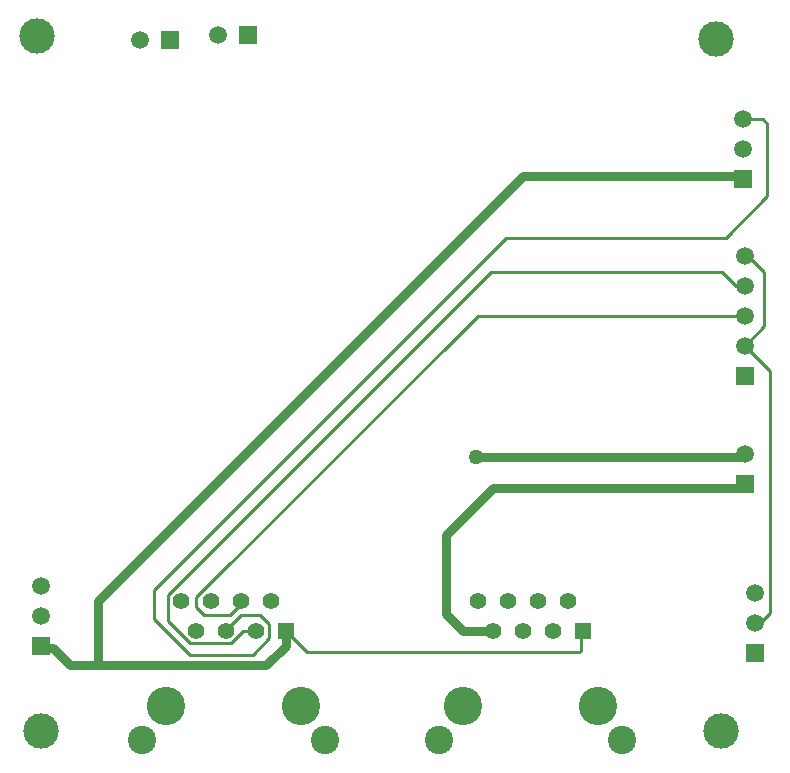
<source format=gtl>
%FSTAX23Y23*%
%MOIN*%
%SFA1B1*%

%IPPOS*%
%ADD20C,0.031496*%
%ADD21C,0.010000*%
%ADD22C,0.059055*%
%ADD23R,0.059055X0.059055*%
%ADD24C,0.094488*%
%ADD25C,0.055039*%
%ADD26R,0.055039X0.055039*%
%ADD27C,0.127952*%
%ADD28R,0.059055X0.059055*%
%ADD29C,0.050000*%
%ADD30C,0.118110*%
%LNbinbot_board_up-1*%
%LPD*%
G54D20*
X01615Y-01555D02*
X0251D01*
X0157Y-02135D02*
X0167D01*
X01515Y-0208D02*
X0157Y-02135D01*
X01515Y-0208D02*
Y-01815D01*
X0167Y-0166*
X0251*
X00355Y-0224D02*
Y-02035D01*
X0177Y-0062D02*
X02505D01*
X00355Y-02035D02*
X0177Y-0062D01*
X0098Y-02185D02*
Y-02135D01*
X00685Y-0225D02*
X00915D01*
X0098Y-02185*
X0026Y-0225D02*
X00685D01*
X00204Y-02193D02*
X0026Y-0225D01*
X00174Y-02193D02*
X00204D01*
G54D21*
X02585Y-00687D02*
Y-00445D01*
X01715Y-00825D02*
X02447D01*
X02585Y-00687*
X0054Y-02D02*
X01715Y-00825D01*
X0054Y-02095D02*
Y-02D01*
X00777Y-02135D02*
X00829Y-02083D01*
X00895*
X00925Y-02113*
Y-0216D02*
Y-02113D01*
X0087Y-02215D02*
X00925Y-0216D01*
X0066Y-02215D02*
X0087D01*
X0054Y-02095D02*
X0066Y-02215D01*
X0257Y-0043D02*
X02585Y-00445D01*
X02505Y-0043D02*
X0257D01*
X01935Y-02205D02*
X01959D01*
X01965Y-02199*
X01785Y-02205D02*
X01935D01*
X01965Y-02199D02*
Y-02116D01*
X0105Y-02205D02*
X01785D01*
X0098Y-02135D02*
X0105Y-02205D01*
X02522Y-00887D02*
X02575Y-0094D01*
Y-00955D02*
Y-0094D01*
Y-0112D02*
Y-00955D01*
X0251Y-01185D02*
X02575Y-0112D01*
X00706Y-02083D02*
X00795D01*
X00837Y-02041*
X0093Y-02035D02*
X0094D01*
X0068Y-02024D02*
X0162Y-01085D01*
X00587Y-02017D02*
X01664Y-0094D01*
X0248Y-00985D02*
X0251D01*
X02435Y-0094D02*
X0248Y-00985D01*
X01664Y-0094D02*
X02435D01*
X00587Y-02102D02*
Y-02017D01*
Y-02102D02*
X00662Y-02177D01*
X00797*
X00837Y-02137*
X00877*
X0088Y-02135*
X0068Y-02057D02*
X00706Y-02083D01*
X0068Y-02057D02*
Y-02024D01*
X0162Y-01085D02*
X0251D01*
X0256Y-0211D02*
X02595Y-02076D01*
Y-0127*
X0251Y-01185D02*
X02595Y-0127D01*
X00165Y-02185D02*
X00174Y-02193D01*
X0078Y-02135D02*
X0079D01*
G54D22*
X00755Y-0015D03*
X0251Y-01545D03*
X02505Y-0043D03*
Y-0053D03*
X00495Y-00165D03*
X02545Y-0211D03*
Y-0201D03*
X00165Y-02085D03*
Y-01985D03*
X0251Y-00885D03*
Y-00985D03*
Y-01085D03*
Y-01185D03*
G54D23*
X00855Y-0015D03*
X00595Y-00165D03*
G54D24*
X00499Y-02501D03*
X01111D03*
X01489D03*
X02101D03*
G54D25*
X0063Y-02035D03*
X0068Y-02135D03*
X0093Y-02035D03*
X0073D03*
X0088Y-02135D03*
X0078D03*
X0083Y-02035D03*
X0162D03*
X0167Y-02135D03*
X0192Y-02035D03*
X0172D03*
X0187Y-02135D03*
X0177D03*
X0182Y-02035D03*
G54D26*
X0098Y-02135D03*
X0197D03*
G54D27*
X0058Y-02385D03*
X0103D03*
X0157D03*
X0202D03*
G54D28*
X0251Y-01645D03*
X02505Y-0063D03*
X02545Y-0221D03*
X00165Y-02185D03*
X0251Y-01285D03*
G54D29*
X01615Y-01555D03*
G54D30*
X00149Y-00154D03*
X02414Y-00164D03*
X0243Y-0247D03*
X00165D03*
M02*
</source>
